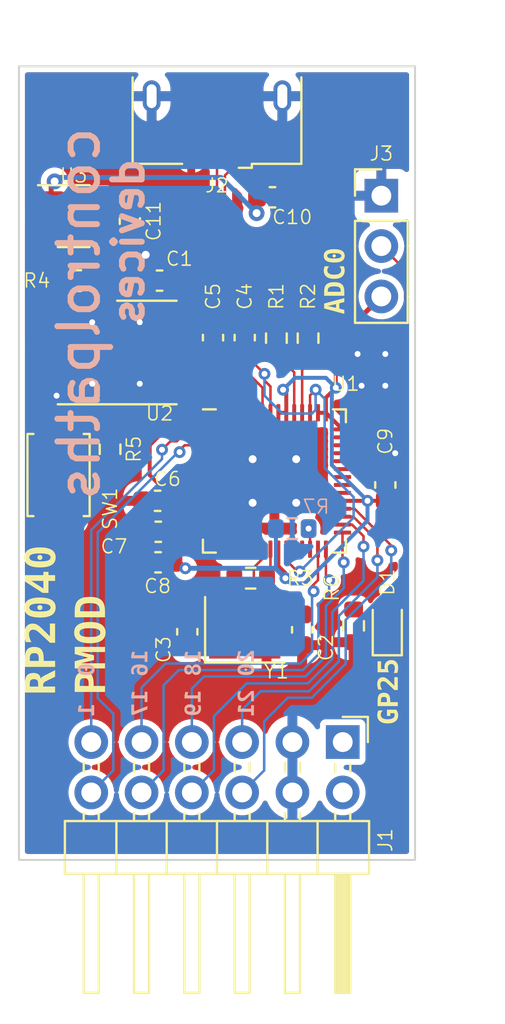
<source format=kicad_pcb>
(kicad_pcb (version 20221018) (generator pcbnew)
  (layers (0 "F.Cu" signal) (31 "B.Cu" signal) (34 "B.Paste" user) (35 "F.Paste" user) (36 "B.SilkS" user "B.Silkscreen") (37 "F.SilkS" user "F.Silkscreen") (38 "B.Mask" user) (39 "F.Mask" user) (44 "Edge.Cuts" user))
  (net 0 "")
  (net 1 "+3V3")
  (net 2 "GND")
  (net 3 "Net-(U1-XIN)")
  (net 4 "Net-(C3-Pad2)")
  (net 7 "Net-(U1-RUN)")
  (net 8 "Net-(J2-D+)")
  (net 9 "Net-(U1-USB_DP)")
  (net 10 "Net-(J2-D-)")
  (net 11 "Net-(U1-USB_DM)")
  (net 12 "Net-(U1-XOUT)")
  (net 35 "FLASH_SD3")
  (net 36 "FLASH_SCLK")
  (net 37 "FLASH_SD0")
  (net 38 "FLASH_SD2")
  (net 39 "FLASH_SD1")
  (net 40 "FLASH_CS")
  (net 41 "+5V")
  (net 43 "+1V1")
  (net 44 "ADC")
  (net 45 "Net-(R5-Pad2)")
  (net 46 "Net-(D1-K)")
  (net 47 "UART_TX")
  (net 48 "UART_RX")
  (net 49 "PMOD1")
  (net 50 "PMOD2")
  (net 51 "PMOD3")
  (net 52 "PMOD4")
  (net 53 "PMOD5")
  (net 54 "PMOD6")
  (net 55 "Net-(D1-A)")
  (footprint "Crystal:Crystal_SMD_3225-4Pin_3.2x2.5mm" (layer "F.Cu") (at 141.4 98.4)
    (fp_text reference "Y1" (at 1.6 2.1) (layer "F.SilkS") (effects (font (size 0.7 0.7) (thickness 0.08))))
    (fp_text value "12MHz")
    (pad "1" smd rect (at -1.1 0.85) (size 1.4 1.2) (layers "F.Cu" "F.Paste" "F.Mask") (net 4 "Net-(C3-Pad2)"))
    (pad "2" smd rect (at 1.1 0.85) (size 1.4 1.2) (layers "F.Cu" "F.Paste" "F.Mask") (net 2 "GND"))
    (pad "3" smd rect (at 1.1 -0.85) (size 1.4 1.2) (layers "F.Cu" "F.Paste" "F.Mask") (net 3 "Net-(U1-XIN)"))
    (pad "4" smd rect (at -1.1 -0.85) (size 1.4 1.2) (layers "F.Cu" "F.Paste" "F.Mask") (net 2 "GND"))
  )
  (footprint "Capacitor_SMD:C_0603_1608Metric" (layer "F.Cu") (at 138.5 98.5 -90)
    (fp_text reference "C3" (at 0.9 1.2 90) (layer "F.SilkS") (effects (font (size 0.7 0.7) (thickness 0.08))))
    (fp_text value "15p")
    (pad "1" smd roundrect (at -0.775 0 270) (size 0.9 0.95) (layers "F.Cu" "F.Paste" "F.Mask") (net 2 "GND"))
    (pad "2" smd roundrect (at 0.775 0 270) (size 0.9 0.95) (layers "F.Cu" "F.Paste" "F.Mask") (net 4 "Net-(C3-Pad2)"))
  )
  (footprint "Button_Switch_SMD:SW_Push_SPST_NO_Alps_SKRK" (layer "F.Cu") (at 132 90.6 90)
    (fp_text reference "SW1" (at -1.7 2.6 90) (layer "F.SilkS") (effects (font (size 0.7 0.7) (thickness 0.08))))
    (fp_text value "SW_Push")
    (pad "1" smd roundrect (at -2.1 0 90) (size 0.8 2) (layers "F.Cu" "F.Paste" "F.Mask") (net 2 "GND"))
    (pad "2" smd roundrect (at 2.1 0 90) (size 0.8 2) (layers "F.Cu" "F.Paste" "F.Mask") (net 45 "Net-(R5-Pad2)"))
  )
  (footprint "Capacitor_SMD:C_0603_1608Metric" (layer "F.Cu") (at 137.1 80.8 180)
    (fp_text reference "C1" (at -1 1.1) (layer "F.SilkS") (effects (font (size 0.7 0.7) (thickness 0.08))))
    (fp_text value "100n")
    (pad "1" smd roundrect (at -0.775 0 180) (size 0.9 0.95) (layers "F.Cu" "F.Paste" "F.Mask") (net 1 "+3V3"))
    (pad "2" smd roundrect (at 0.775 0 180) (size 0.9 0.95) (layers "F.Cu" "F.Paste" "F.Mask") (net 2 "GND"))
  )
  (footprint "Connector_USB:USB_Micro-B_Amphenol_10118193-0001LF_Horizontal" (layer "F.Cu") (at 140 71.505 180)
    (fp_text reference "J2" (at 0 -4.5) (layer "F.SilkS") (effects (font (size 0.7 0.7) (thickness 0.08))))
    (fp_text value "USB_B_Micro")
    (pad "1" smd roundrect locked (at -1.3 -2.675 180) (size 0.4 1.35) (layers "F.Cu" "F.Paste" "F.Mask") (net 41 "+5V"))
    (pad "2" smd roundrect locked (at -0.65 -2.675 180) (size 0.4 1.35) (layers "F.Cu" "F.Paste" "F.Mask") (net 10 "Net-(J2-D-)"))
    (pad "3" smd roundrect locked (at 0 -2.675 180) (size 0.4 1.35) (layers "F.Cu" "F.Paste" "F.Mask") (net 8 "Net-(J2-D+)"))
    (pad "4" smd roundrect locked (at 0.65 -2.675 180) (size 0.4 1.35) (layers "F.Cu" "F.Paste" "F.Mask"))
    (pad "5" smd roundrect locked (at 1.3 -2.675 180) (size 0.4 1.35) (layers "F.Cu" "F.Paste" "F.Mask") (net 2 "GND"))
    (pad "6" thru_hole oval locked (at -3.3 0 270) (size 1.6 0.9) (drill oval 1.2 0.5) (layers "*.Cu" "*.Mask" "F.Paste") (net 2 "GND"))
    (pad "6" smd roundrect locked (at -3.2 -2.45 180) (size 1.6 1.4) (layers "F.Cu" "F.Paste" "F.Mask") (roundrect_rratio 0.1785714286) (net 2 "GND"))
    (pad "6" smd roundrect locked (at -1.2 0 180) (size 1.9 1.9) (layers "F.Cu" "F.Paste" "F.Mask") (roundrect_rratio 0.1315789474) (net 2 "GND"))
    (pad "6" smd roundrect locked (at 1.2 0 180) (size 1.9 1.9) (layers "F.Cu" "F.Paste" "F.Mask") (roundrect_rratio 0.1315789474) (net 2 "GND"))
    (pad "6" smd roundrect locked (at 3.2 -2.45 180) (size 1.6 1.4) (layers "F.Cu" "F.Paste" "F.Mask") (roundrect_rratio 0.1785714286) (net 2 "GND"))
    (pad "6" thru_hole oval locked (at 3.3 0 270) (size 1.6 0.9) (drill oval 1.2 0.5) (layers "*.Cu" "*.Mask" "F.Paste") (net 2 "GND"))
  )
  (footprint "Resistor_SMD:R_0603_1608Metric" (layer "F.Cu") (at 132.9 80.8)
    (fp_text reference "R4" (at -2 0) (layer "F.SilkS") (effects (font (size 0.7 0.7) (thickness 0.08))))
    (fp_text value "10k")
    (pad "1" smd roundrect (at -0.825 0) (size 0.8 0.95) (layers "F.Cu" "F.Paste" "F.Mask") (net 40 "FLASH_CS"))
    (pad "2" smd roundrect (at 0.825 0) (size 0.8 0.95) (layers "F.Cu" "F.Paste" "F.Mask") (net 1 "+3V3"))
  )
  (footprint "LED_SMD:LED_0603_1608Metric" (layer "F.Cu") (at 148.6 98.2 90)
    (fp_text reference "D1" (at 2.2 0 90) (layer "F.SilkS") (effects (font (size 0.7 0.7) (thickness 0.08))))
    (fp_text value "LED")
    (pad "1" smd roundrect (at -0.7875 0 90) (size 0.875 0.95) (layers "F.Cu" "F.Paste" "F.Mask") (net 46 "Net-(D1-K)"))
    (pad "2" smd roundrect (at 0.7875 0 90) (size 0.875 0.95) (layers "F.Cu" "F.Paste" "F.Mask") (net 55 "Net-(D1-A)"))
  )
  (footprint "Connector_PinHeader_2.54mm:PinHeader_1x03_P2.54mm_Vertical" (layer "F.Cu") (at 148.3 76.52)
    (fp_text reference "J3" (at 0 -2.12) (layer "F.SilkS") (effects (font (size 0.7 0.7) (thickness 0.08))))
    (fp_text value "Conn_01x03_Pin")
    (pad "1" thru_hole rect (at 0 0) (size 1.7 1.7) (drill 1) (layers "*.Cu" "*.Mask") (net 2 "GND"))
    (pad "2" thru_hole oval (at 0 2.54) (size 1.7 1.7) (drill 1) (layers "*.Cu" "*.Mask") (net 44 "ADC"))
    (pad "3" thru_hole oval (at 0 5.08) (size 1.7 1.7) (drill 1) (layers "*.Cu" "*.Mask") (net 1 "+3V3"))
  )
  (footprint "Package_SON:WSON-8-1EP_6x5mm_P1.27mm_EP3.4x4.3mm" (layer "F.Cu") (at 134.96 84.425)
    (fp_text reference "U2" (at 2.14 3.075) (layer "F.SilkS") (effects (font (size 0.7 0.7) (thickness 0.08))))
    (fp_text value "W25Q32JVZP")
    (pad "1" smd roundrect (at -2.7 -1.905) (size 0.75 0.5) (layers "F.Cu" "F.Paste" "F.Mask") (net 40 "FLASH_CS"))
    (pad "2" smd roundrect (at -2.7 -0.635) (size 0.75 0.5) (layers "F.Cu" "F.Paste" "F.Mask") (net 39 "FLASH_SD1"))
    (pad "3" smd roundrect (at -2.7 0.635) (size 0.75 0.5) (layers "F.Cu" "F.Paste" "F.Mask") (net 38 "FLASH_SD2"))
    (pad "4" smd roundrect (at -2.7 1.905) (size 0.75 0.5) (layers "F.Cu" "F.Paste" "F.Mask") (net 2 "GND"))
    (pad "5" smd roundrect (at 2.7 1.905) (size 0.75 0.5) (layers "F.Cu" "F.Paste" "F.Mask") (net 37 "FLASH_SD0"))
    (pad "6" smd roundrect (at 2.7 0.635) (size 0.75 0.5) (layers "F.Cu" "F.Paste" "F.Mask") (net 36 "FLASH_SCLK"))
    (pad "7" smd roundrect (at 2.7 -0.635) (size 0.75 0.5) (layers "F.Cu" "F.Paste" "F.Mask") (net 35 "FLASH_SD3"))
    (pad "8" smd roundrect (at 2.7 -1.905) (size 0.75 0.5) (layers "F.Cu" "F.Paste" "F.Mask") (net 1 "+3V3"))
    (pad "9" smd rect (at 0 0) (size 3.4 4.3) (layers "F.Cu" "F.Mask") (net 2 "GND"))
  )
  (footprint "Capacitor_SMD:C_0603_1608Metric" (layer "F.Cu") (at 137.035 93.46)
    (fp_text reference "C7" (at -2.235 0.74) (layer "F.SilkS") (effects (font (size 0.7 0.7) (thickness 0.08))))
    (fp_text value "100n")
    (pad "1" smd roundrect (at -0.775 0) (size 0.9 0.95) (layers "F.Cu" "F.Paste" "F.Mask") (net 2 "GND"))
    (pad "2" smd roundrect (at 0.775 0) (size 0.9 0.95) (layers "F.Cu" "F.Paste" "F.Mask") (net 1 "+3V3"))
  )
  (footprint "Capacitor_SMD:C_0603_1608Metric" (layer "F.Cu") (at 141.4 83.675 -90)
    (fp_text reference "C4" (at -2.075 0 90) (layer "F.SilkS") (effects (font (size 0.7 0.7) (thickness 0.08))))
    (fp_text value "100n")
    (pad "1" smd roundrect (at -0.775 0 270) (size 0.9 0.95) (layers "F.Cu" "F.Paste" "F.Mask") (net 2 "GND"))
    (pad "2" smd roundrect (at 0.775 0 270) (size 0.9 0.95) (layers "F.Cu" "F.Paste" "F.Mask") (net 43 "+1V1"))
  )
  (footprint "Capacitor_SMD:C_0603_1608Metric" (layer "F.Cu") (at 148.5 91.1 -90)
    (fp_text reference "C9" (at -2.2 0 90) (layer "F.SilkS") (effects (font (size 0.7 0.7) (thickness 0.08))))
    (fp_text value "100n")
    (pad "1" smd roundrect (at -0.775 0 270) (size 0.9 0.95) (layers "F.Cu" "F.Paste" "F.Mask") (net 2 "GND"))
    (pad "2" smd roundrect (at 0.775 0 270) (size 0.9 0.95) (layers "F.Cu" "F.Paste" "F.Mask") (net 1 "+3V3"))
  )
  (footprint "Capacitor_SMD:C_0603_1608Metric" (layer "F.Cu") (at 144.3 98.4 90)
    (fp_text reference "C2" (at -0.9 1.2 90) (layer "F.SilkS") (effects (font (size 0.7 0.7) (thickness 0.08))))
    (fp_text value "15p")
    (pad "1" smd roundrect (at -0.775 0 90) (size 0.9 0.95) (layers "F.Cu" "F.Paste" "F.Mask") (net 2 "GND"))
    (pad "2" smd roundrect (at 0.775 0 90) (size 0.9 0.95) (layers "F.Cu" "F.Paste" "F.Mask") (net 3 "Net-(U1-XIN)"))
  )
  (footprint "Connector_PinHeader_2.54mm:PinHeader_2x06_P2.54mm_Horizontal" (layer "F.Cu") (at 146.35 104.06 -90)
    (fp_text reference "J1" (at 4.94 -2.15 90) (layer "F.SilkS") (effects (font (size 0.7 0.7) (thickness 0.08))))
    (fp_text value "Conn_02x06_Odd_Even")
    (pad "1" thru_hole rect (at 0 0 270) (size 1.7 1.7) (drill 1) (layers "*.Cu" "*.Mask"))
    (pad "2" thru_hole oval (at 2.54 0 270) (size 1.7 1.7) (drill 1) (layers "*.Cu" "*.Mask"))
    (pad "3" thru_hole oval (at 0 2.54 270) (size 1.7 1.7) (drill 1) (layers "*.Cu" "*.Mask") (net 2 "GND"))
    (pad "4" thru_hole oval (at 2.54 2.54 270) (size 1.7 1.7) (drill 1) (layers "*.Cu" "*.Mask") (net 2 "GND"))
    (pad "5" thru_hole oval (at 0 5.08 270) (size 1.7 1.7) (drill 1) (layers "*.Cu" "*.Mask") (net 53 "PMOD5"))
    (pad "6" thru_hole oval (at 2.54 5.08 270) (size 1.7 1.7) (drill 1) (layers "*.Cu" "*.Mask") (net 54 "PMOD6"))
    (pad "7" thru_hole oval (at 0 7.62 270) (size 1.7 1.7) (drill 1) (layers "*.Cu" "*.Mask") (net 51 "PMOD3"))
    (pad "8" thru_hole oval (at 2.54 7.62 270) (size 1.7 1.7) (drill 1) (layers "*.Cu" "*.Mask") (net 52 "PMOD4"))
    (pad "9" thru_hole oval (at 0 10.16 270) (size 1.7 1.7) (drill 1) (layers "*.Cu" "*.Mask") (net 49 "PMOD1"))
    (pad "10" thru_hole oval (at 2.54 10.16 270) (size 1.7 1.7) (drill 1) (layers "*.Cu" "*.Mask") (net 50 "PMOD2"))
    (pad "11" thru_hole oval (at 0 12.7 270) (size 1.7 1.7) (drill 1) (layers "*.Cu" "*.Mask") (net 47 "UART_TX"))
    (pad "12" thru_hole oval (at 2.54 12.7 270) (size 1.7 1.7) (drill 1) (layers "*.Cu" "*.Mask") (net 48 "UART_RX"))
  )
  (footprint "Resistor_SMD:R_0603_1608Metric" (layer "F.Cu") (at 143 83.7 -90)
    (fp_text reference "R1" (at -2.1 0 90) (layer "F.SilkS") (effects (font (size 0.7 0.7) (thickness 0.08))))
    (fp_text value "27")
    (pad "1" smd roundrect (at -0.825 0 270) (size 0.8 0.95) (layers "F.Cu" "F.Paste" "F.Mask") (net 8 "Net-(J2-D+)"))
    (pad "2" smd roundrect (at 0.825 0 270) (size 0.8 0.95) (layers "F.Cu" "F.Paste" "F.Mask") (net 9 "Net-(U1-USB_DP)"))
  )
  (footprint "Capacitor_SMD:C_0603_1608Metric" (layer "F.Cu") (at 139.8 83.675 -90)
    (fp_text reference "C5" (at -2.075 0 90) (layer "F.SilkS") (effects (font (size 0.7 0.7) (thickness 0.08))))
    (fp_text value "1u")
    (pad "1" smd roundrect (at -0.775 0 270) (size 0.9 0.95) (layers "F.Cu" "F.Paste" "F.Mask") (net 2 "GND"))
    (pad "2" smd roundrect (at 0.775 0 270) (size 0.9 0.95) (layers "F.Cu" "F.Paste" "F.Mask") (net 43 "+1V1"))
  )
  (footprint "Capacitor_SMD:C_0603_1608Metric" (layer "F.Cu") (at 135.6 77.8 90)
    (fp_text reference "C11" (at 0 1.2 90) (layer "F.SilkS") (effects (font (size 0.7 0.7) (thickness 0.08))))
    (fp_text value "1u")
    (pad "1" smd roundrect (at -0.775 0 90) (size 0.9 0.95) (layers "F.Cu" "F.Paste" "F.Mask") (net 2 "GND"))
    (pad "2" smd roundrect (at 0.775 0 90) (size 0.9 0.95) (layers "F.Cu" "F.Paste" "F.Mask") (net 1 "+3V3"))
  )
  (footprint "Resistor_SMD:R_0603_1608Metric" (layer "F.Cu") (at 144.6 83.7 -90)
    (fp_text reference "R2" (at -2.1 0 90) (layer "F.SilkS") (effects (font (size 0.7 0.7) (thickness 0.08))))
    (fp_text value "27")
    (pad "1" smd roundrect (at -0.825 0 270) (size 0.8 0.95) (layers "F.Cu" "F.Paste" "F.Mask") (net 10 "Net-(J2-D-)"))
    (pad "2" smd roundrect (at 0.825 0 270) (size 0.8 0.95) (layers "F.Cu" "F.Paste" "F.Mask") (net 11 "Net-(U1-USB_DM)"))
  )
  (footprint "Capacitor_SMD:C_0603_1608Metric" (layer "F.Cu") (at 142.8 76.6 180)
    (fp_text reference "C10" (at -1 -1) (layer "F.SilkS") (effects (font (size 0.7 0.7) (thickness 0.08))))
    (fp_text value "1u")
    (pad "1" smd roundrect (at -0.775 0 180) (size 0.9 0.95) (layers "F.Cu" "F.Paste" "F.Mask") (net 2 "GND"))
    (pad "2" smd roundrect (at 0.775 0 180) (size 0.9 0.95) (layers "F.Cu" "F.Paste" "F.Mask") (net 41 "+5V"))
  )
  (footprint "Resistor_SMD:R_0603_1608Metric" (layer "F.Cu") (at 146.9 98.2 90)
    (fp_text reference "R6" (at 1.9 -1.1 90) (layer "F.SilkS") (effects (font (size 0.7 0.7) (thickness 0.08))))
    (fp_text value "4k7")
    (pad "1" smd roundrect (at -0.825 0 90) (size 0.8 0.95) (layers "F.Cu" "F.Paste" "F.Mask") (net 2 "GND"))
    (pad "2" smd roundrect (at 0.825 0 90) (size 0.8 0.95) (layers "F.Cu" "F.Paste" "F.Mask") (net 46 "Net-(D1-K)"))
  )
  (footprint "Resistor_SMD:R_0603_1608Metric" (layer "F.Cu") (at 134.6 89.3 90)
    (fp_text reference "R5" (at 0 1.2 90) (layer "F.SilkS") (effects (font (size 0.7 0.7) (thickness 0.08))))
    (fp_text value "1k")
    (pad "1" smd roundrect (at -0.825 0 90) (size 0.8 0.95) (layers "F.Cu" "F.Paste" "F.Mask") (net 40 "FLASH_CS"))
    (pad "2" smd roundrect (at 0.825 0 90) (size 0.8 0.95) (layers "F.Cu" "F.Paste" "F.Mask") (net 45 "Net-(R5-Pad2)"))
  )
  (footprint "Capacitor_SMD:C_0603_1608Metric" (layer "F.Cu") (at 137 91.9)
    (fp_text reference "C6" (at 0.5 -1.1) (layer "F.SilkS") (effects (font (size 0.7 0.7) (thickness 0.08))))
    (fp_text value "1u")
    (pad "1" smd roundrect (at -0.775 0) (size 0.9 0.95) (layers "F.Cu" "F.Paste" "F.Mask") (net 2 "GND"))
    (pad "2" smd roundrect (at 0.775 0) (size 0.9 0.95) (layers "F.Cu" "F.Paste" "F.Mask") (net 1 "+3V3"))
  )
  (footprint "Resistor_SMD:R_0603_1608Metric" (layer "F.Cu") (at 141.7 95.8)
    (fp_text reference "R3" (at 2.5 0) (layer "F.SilkS") (effects (font (size 0.7 0.7) (thickness 0.08))))
    (fp_text value "1k")
    (pad "1" smd roundrect (at -0.825 0) (size 0.8 0.95) (layers "F.Cu" "F.Paste" "F.Mask") (net 4 "Net-(C3-Pad2)"))
    (pad "2" smd roundrect (at 0.825 0) (size 0.8 0.95) (layers "F.Cu" "F.Paste" "F.Mask") (net 12 "Net-(U1-XOUT)"))
  )
  (footprint "Package_TO_SOT_SMD:SOT-23-5" (layer "F.Cu") (at 132.7625 77.55)
    (fp_text reference "U3" (at 0 -2.05) (layer "F.SilkS") (effects (font (size 0.7 0.7) (thickness 0.08))))
    (fp_text value "TLV74333")
    (pad "1" smd roundrect (at -1.1375 -0.95) (size 1.325 0.6) (layers "F.Cu" "F.Paste" "F.Mask") (net 41 "+5V"))
    (pad "2" smd roundrect (at -1.1375 0) (size 1.325 0.6) (layers "F.Cu" "F.Paste" "F.Mask") (net 2 "GND"))
    (pad "3" smd roundrect (at -1.1375 0.95) (size 1.325 0.6) (layers "F.Cu" "F.Paste" "F.Mask") (net 41 "+5V"))
    (pad "4" smd roundrect (at 1.1375 0.95) (size 1.325 0.6) (layers "F.Cu" "F.Paste" "F.Mask"))
    (pad "5" smd roundrect (at 1.1375 -0.95) (size 1.325 0.6) (layers "F.Cu" "F.Paste" "F.Mask") (net 1 "+3V3"))
  )
  (footprint "Capacitor_SMD:C_0603_1608Metric" (layer "F.Cu") (at 137.025 95)
    (fp_text reference "C8" (at -0.025 1.2) (layer "F.SilkS") (effects (font (size 0.7 0.7) (thickness 0.08))))
    (fp_text value "100n")
    (pad "1" smd roundrect (at -0.775 0) (size 0.9 0.95) (layers "F.Cu" "F.Paste" "F.Mask") (net 2 "GND"))
    (pad "2" smd roundrect (at 0.775 0) (size 0.9 0.95) (layers "F.Cu" "F.Paste" "F.Mask") (net 1 "+3V3"))
  )
  (footprint "Package_DFN_QFN:QFN-56-1EP_7x7mm_P0.4mm_EP3.2x3.2mm" (layer "F.Cu") (at 142.9 90.9)
    (fp_text reference "U1" (at 3.6 -4.9) (layer "F.SilkS") (effects (font (size 0.7 0.7) (thickness 0.08))))
    (fp_text value "RP2040")
    (pad "1" smd roundrect (at -3.4375 -2.6) (size 0.875 0.2) (layers "F.Cu" "F.Paste" "F.Mask") (net 1 "+3V3"))
    (pad "2" smd roundrect (at -3.4375 -2.2) (size 0.875 0.2) (layers "F.Cu" "F.Paste" "F.Mask") (net 47 "UART_TX"))
    (pad "3" smd roundrect (at -3.4375 -1.8) (size 0.875 0.2) (layers "F.Cu" "F.Paste" "F.Mask") (net 48 "UART_RX"))
    (pad "4" smd roundrect (at -3.4375 -1.4) (size 0.875 0.2) (layers "F.Cu" "F.Paste" "F.Mask"))
    (pad "5" smd roundrect (at -3.4375 -1) (size 0.875 0.2) (layers "F.Cu" "F.Paste" "F.Mask"))
    (pad "6" smd roundrect (at -3.4375 -0.6) (size 0.875 0.2) (layers "F.Cu" "F.Paste" "F.Mask"))
    (pad "7" smd roundrect (at -3.4375 -0.2) (size 0.875 0.2) (layers "F.Cu" "F.Paste" "F.Mask"))
    (pad "8" smd roundrect (at -3.4375 0.2) (size 0.875 0.2) (layers "F.Cu" "F.Paste" "F.Mask"))
    (pad "9" smd roundrect (at -3.4375 0.6) (size 0.875 0.2) (layers "F.Cu" "F.Paste" "F.Mask"))
    (pad "10" smd roundrect (at -3.4375 1) (size 0.875 0.2) (layers "F.Cu" "F.Paste" "F.Mask") (net 1 "+3V3"))
    (pad "11" smd roundrect (at -3.4375 1.4) (size 0.875 0.2) (layers "F.Cu" "F.Paste" "F.Mask"))
    (pad "12" smd roundrect (at -3.4375 1.8) (size 0.875 0.2) (layers "F.Cu" "F.Paste" "F.Mask"))
    (pad "13" smd roundrect (at -3.4375 2.2) (size 0.875 0.2) (layers "F.Cu" "F.Paste" "F.Mask"))
    (pad "14" smd roundrect (at -3.4375 2.6) (size 0.875 0.2) (layers "F.Cu" "F.Paste" "F.Mask"))
    (pad "15" smd roundrect (at -2.6 3.4375) (size 0.2 0.875) (layers "F.Cu" "F.Paste" "F.Mask"))
    (pad "16" smd roundrect (at -2.2 3.4375) (size 0.2 0.875) (layers "F.Cu" "F.Paste" "F.Mask"))
    (pad "17" smd roundrect (at -1.8 3.4375) (size 0.2 0.875) (layers "F.Cu" "F.Paste" "F.Mask"))
    (pad "18" smd roundrect (at -1.4 3.4375) (size 0.2 0.875) (layers "F.Cu" "F.Paste" "F.Mask"))
    (pad "19" smd roundrect (at -1 3.4375) (size 0.2 0.875) (layers "F.Cu" "F.Paste" "F.Mask") (net 2 "GND"))
    (pad "20" smd roundrect (at -0.6 3.4375) (size 0.2 0.875) (layers "F.Cu" "F.Paste" "F.Mask") (net 3 "Net-(U1-XIN)"))
    (pad "21" smd roundrect (at -0.2 3.4375) (size 0.2 0.875) (layers "F.Cu" "F.Paste" "F.Mask") (net 12 "Net-(U1-XOUT)"))
    (pad "22" smd roundrect (at 0.2 3.4375) (size 0.2 0.875) (layers "F.Cu" "F.Paste" "F.Mask") (net 1 "+3V3"))
    (pad "23" smd roundrect (at 0.6 3.4375) (size 0.2 0.875) (layers "F.Cu" "F.Paste" "F.Mask") (net 43 "+1V1"))
    (pad "24" smd roundrect (at 1 3.4375) (size 0.2 0.875) (layers "F.Cu" "F.Paste" "F.Mask"))
    (pad "25" smd roundrect (at 1.4 3.4375) (size 0.2 0.875) (layers "F.Cu" "F.Paste" "F.Mask"))
    (pad "26" smd roundrect (at 1.8 3.4375) (size 0.2 0.875) (layers "F.Cu" "F.Paste" "F.Mask") (net 7 "Net-(U1-RUN)"))
    (pad "27" smd roundrect (at 2.2 3.4375) (size 0.2 0.875) (layers "F.Cu" "F.Paste" "F.Mask") (net 49 "PMOD1"))
    (pad "28" smd roundrect (at 2.6 3.4375) (size 0.2 0.875) (layers "F.Cu" "F.Paste" "F.Mask") (net 50 "PMOD2"))
    (pad "29" smd roundrect (at 3.4375 2.6) (size 0.875 0.2) (layers "F.Cu" "F.Paste" "F.Mask") (net 51 "PMOD3"))
    (pad "30" smd roundrect (at 3.4375 2.2) (size 0.875 0.2) (layers "F.Cu" "F.Paste" "F.Mask") (net 52 "PMOD4"))
    (pad "31" smd roundrect (at 3.4375 1.8) (size 0.875 0.2) (layers "F.Cu" "F.Paste" "F.Mask") (net 53 "PMOD5"))
    (pad "32" smd roundrect (at 3.4375 1.4) (size 0.875 0.2) (layers "F.Cu" "F.Paste" "F.Mask") (net 54 "PMOD6"))
    (pad "33" smd roundrect (at 3.4375 1) (size 0.875 0.2) (layers "F.Cu" "F.Paste" "F.Mask") (net 1 "+3V3"))
    (pad "34" smd roundrect (at 3.4375 0.6) (size 0.875 0.2) (layers "F.Cu" "F.Paste" "F.Mask"))
    (pad "35" smd roundrect (at 3.4375 0.2) (size 0.875 0.2) (layers "F.Cu" "F.Paste" "F.Mask"))
    (pad "36" smd roundrect (at 3.4375 -0.2) (size 0.875 0.2) (layers "F.Cu" "F.Paste" "F.Mask"))
    (pad "37" smd roundrect (at 3.4375 -0.6) (size 0.875 0.2) (layers "F.Cu" "F.Paste" "F.Mask") (net 55 "Net-(D1-A)"))
    (pad "38" smd roundrect (at 3.4375 -1) (size 0.875 0.2) (layers "F.Cu" "F.Paste" "F.Mask") (net 44 "ADC"))
    (pad "39" smd roundrect (at 3.4375 -1.4) (size 0.875 0.2) (layers "F.Cu" "F.Paste" "F.Mask"))
    (pad "40" smd roundrect (at 3.4375 -1.8) (size 0.875 0.2) (layers "F.Cu" "F.Paste" "F.Mask"))
    (pad "41" smd roundrect (at 3.4375 -2.2) (size 0.875 0.2) (layers "F.Cu" "F.Paste" "F.Mask"))
    (pad "42" smd roundrect (at 3.4375 -2.6) (size 0.875 0.2) (layers "F.Cu" "F.Paste" "F.Mask") (net 1 "+3V3"))
    (pad "43" smd roundrect (at 2.6 -3.4375) (size 0.2 0.875) (layers "F.Cu" "F.Paste" "F.Mask") (net 1 "+3V3"))
    (pad "44" smd roundrect (at 2.2 -3.4375) (size 0.2 0.875) (layers "F.Cu" "F.Paste" "F.Mask") (net 1 "+3V3"))
    (pad "45" smd roundrect (at 1.8 -3.4375) (size 0.2 0.875) (layers "F.Cu" "F.Paste" "F.Mask") (net 43 "+1V1"))
    (pad "46" smd roundrect (at 1.4 -3.4375) (size 0.2 0.875) (layers "F.Cu" "F.Paste" "F.Mask") (net 11 "Net-(U1-USB_DM)"))
    (pad "47" smd roundrect (at 1 -3.4375) (size 0.2 0.875) (layers "F.Cu" "F.Paste" "F.Mask") (net 9 "Net-(U1-USB_DP)"))
    (pad "48" smd roundrect (at 0.6 -3.4375) (size 0.2 0.875) (layers "F.Cu" "F.Paste" "F.Mask") (net 1 "+3V3"))
    (pad "49" smd roundrect (at 0.2 -3.4375) (size 0.2 0.875) (layers "F.Cu" "F.Paste" "F.Mask") (net 1 "+3V3"))
    (pad "50" smd roundrect (at -0.2 -3.4375) (size 0.2 0.875) (layers "F.Cu" "F.Paste" "F.Mask") (net 43 "+1V1"))
    (pad "51" smd roundrect (at -0.6 -3.4375) (size 0.2 0.875) (layers "F.Cu" "F.Paste" "F.Mask") (net 35 "FLASH_SD3"))
    (pad "52" smd roundrect (at -1 -3.4375) (size 0.2 0.875) (layers "F.Cu" "F.Paste" "F.Mask") (net 36 "FLASH_SCLK"))
    (pad "53" smd roundrect (at -1.4 -3.4375) (size 0.2 0.875) (layers "F.Cu" "F.Paste" "F.Mask") (net 37 "FLASH_SD0"))
    (pad "54" smd roundrect (at -1.8 -3.4375) (size 0.2 0.875) (layers "F.Cu" "F.Paste" "F.Mask") (net 38 "FLASH_SD2"))
    (pad "55" smd roundrect (at -2.2 -3.4375) (size 0.2 0.875) (layers "F.Cu" "F.Paste" "F.Mask") (net 39 "FLASH_SD1"))
    (pad "56" smd roundrect (at -2.6 -3.4375) (size 0.2 0.875) (layers "F.Cu" "F.Paste" "F.Mask") (net 40 "FLASH_CS"))
    (pad "57" smd rect (at 0 0) (size 3.2 3.2) (layers "F.Cu" "F.Mask") (net 2 "GND"))
  )
  (footprint "Resistor_SMD:R_0603_1608Metric" (layer "B.Cu") (at 143.8 93.3 180)
    (fp_text reference "R7" (at -1.2 1.1) (layer "B.SilkS") (effects (font (size 0.7 0.7) (thickness 0.08)) (justify mirror)))
    (fp_text value "10k")
    (pad "1" smd roundrect (at -0.825 0 180) (size 0.8 0.95) (layers "B.Cu" "B.Paste" "B.Mask") (net 7 "Net-(U1-RUN)"))
    (pad "2" smd roundrect (at 0.825 0 180) (size 0.8 0.95) (layers "B.Cu" "B.Paste" "B.Mask") (net 1 "+3V3"))
  )
  (gr_line (start 130 110) (end 130 70) (stroke (width 0.1)) (layer "Edge.Cuts"))
  (gr_line locked (start 150 110) (end 130 110) (stroke (width 0.1)) (layer "Edge.Cuts"))
  (gr_line (start 150 70) (end 150 110) (stroke (width 0.1)) (layer "Edge.Cuts"))
  (gr_line locked (start 130 70) (end 150 70) (stroke (width 0.1)) (layer "Edge.Cuts"))
  (gr_text "devices" (at 136.4 74.5 90) (layer "B.SilkS") (effects (font (size 1.5 1.5) (thickness 0.3) bold) (justify left bottom mirror)))
  (gr_text "controlpaths" (at 134.2 72.9 90) (layer "B.SilkS") (effects (font (size 2 2) (thickness 0.3) bold) (justify left bottom mirror)))
  (gr_text " 0  1\n\n16 17\n\n18 19\n \n20 21\n" (at 142 99.4 90) (layer "B.SilkS") (effects (font (size 0.8 0.8) (thickness 0.2) bold) (justify left bottom mirror)))
  (gr_text "ADC0" (at 146.6 82.5 90) (layer "F.SilkS") (effects (font (size 1 1) (thickness 0.2) bold) (justify left bottom)))
  (gr_text "RP2040\nPMOD" (at 134.6 101.7 90) (layer "F.SilkS") (effects (font (size 1.5 1.5) (thickness 0.3) bold) (justify left bottom)))
  (gr_text "GP25" (at 149.3 103.2 90) (layer "F.SilkS") (effects (font (size 1 1) (thickness 0.2) bold) (justify left bottom)))
  (segment (start 148.475 91.9) (end 148.5 91.875) (width 0.2) (layer "F.Cu") (net 1))
  (segment (start 139.4625 91.9) (end 137.775 91.9) (width 0.2) (layer "F.Cu") (net 1))
  (segment (start 146 86.2) (end 146 83.9) (width 0.2) (layer "F.Cu") (net 1))
  (segment (start 146.3375 88.3) (end 145.5 87.4625) (width 0.2) (layer "F.Cu") (net 1))
  (segment (start 143.5 86.463) (end 143.337 86.3) (width 0.2) (layer "F.Cu") (net 1))
  (segment (start 146 86.2) (end 145.5 86.7) (width 0.2) (layer "F.Cu") (net 1))
  (segment (start 137.775 91.775) (end 137.775 91.9) (width 0.2) (layer "F.Cu") (net 1))
  (segment (start 139.315948 83.675) (end 146.225 83.675) (width 0.25) (layer "F.Cu") (net 1))
  (segment (start 137.075 81.6) (end 137.875 80.8) (width 0.25) (layer "F.Cu") (net 1))
  (segment (start 138.056849 88.3) (end 137.856849 88.5) (width 0.2) (layer "F.Cu") (net 1))
  (segment (start 137.66 82.52) (end 138.160948 82.52) (width 0.25) (layer "F.Cu") (net 1))
  (segment (start 134.525 81.6) (end 137.075 81.6) (width 0.25) (layer "F.Cu") (net 1))
  (segment (start 137.66 82.52) (end 137.075 81.935) (width 0.25) (layer "F.Cu") (net 1))
  (segment (start 138.160948 82.52) (end 139.315948 83.675) (width 0.25) (layer "F.Cu") (net 1))
  (segment (start 137.875 79.3) (end 135.6 77.025) (width 0.25) (layer "F.Cu") (net 1))
  (segment (start 137.856849 88.5) (end 137.2 88.5) (width 0.2) (layer "F.Cu") (net 1))
  (segment (start 133.725 80.8) (end 134.525 81.6) (width 0.25) (layer "F.Cu") (net 1))
  (segment (start 143.456655 95.544007) (end 143.1 95.187352) (width 0.2) (layer "F.Cu") (net 1))
  (segment (start 143.5 87.4625) (end 143.5 86.463) (width 0.2) (layer "F.Cu") (net 1))
  (segment (start 138.1 95) (end 138.4 95.3) (width 0.25) (layer "F.Cu") (net 1))
  (segment (start 145.1 87.4625) (end 145.5 87.4625) (width 0.2) (layer "F.Cu") (net 1))
  (segment (start 134.325 77.025) (end 133.9 76.6) (width 0.25) (layer "F.Cu") (net 1))
  (segment (start 137.8 95) (end 138.1 95) (width 0.25) (layer "F.Cu") (net 1))
  (segment (start 137.875 80.8) (end 137.875 79.3) (width 0.25) (layer "F.Cu") (net 1))
  (segment (start 143.1 95.187352) (end 143.1 94.3375) (width 0.2) (layer "F.Cu") (net 1))
  (segment (start 137.075 81.935) (end 137.075 81.6) (width 0.25) (layer "F.Cu") (net 1))
  (segment (start 143.456655 95.8) (end 143.456655 95.544007) (width 0.2) (layer "F.Cu") (net 1))
  (segment (start 146.3375 91.9) (end 147.6 91.9) (width 0.2) (layer "F.Cu") (net 1))
  (segment (start 145.5 86.7) (end 145.5 87.4625) (width 0.2) (layer "F.Cu") (net 1))
  (segment (start 136.6 89.1) (end 136.6 90.6) (width 0.2) (layer "F.Cu") (net 1))
  (segment (start 143.1 87.4625) (end 143.5 87.4625) (width 0.2) (layer "F.Cu") (net 1))
  (segment (start 146.225 83.675) (end 148.3 81.6) (width 0.25) (layer "F.Cu") (net 1))
  (segment (start 139.4625 88.3) (end 138.056849 88.3) (width 0.2) (layer "F.Cu") (net 1))
  (segment (start 137.8 91.925) (end 137.775 91.9) (width 0.25) (layer "F.Cu") (net 1))
  (segment (start 137.2 88.5) (end 136.6 89.1) (width 0.2) (layer "F.Cu") (net 1))
  (segment (start 147.6 91.9) (end 148.475 91.9) (width 0.2) (layer "F.Cu") (net 1))
  (segment (start 135.6 77.025) (end 134.325 77.025) (width 0.25) (layer "F.Cu") (net 1))
  (segment (start 136.6 90.6) (end 137.775 91.775) (width 0.2) (layer "F.Cu") (net 1))
  (segment (start 137.8 95) (end 137.8 91.925) (width 0.25) (layer "F.Cu") (net 1))
  (segment (start 146 83.9) (end 148.3 81.6) (width 0.2) (layer "F.Cu") (net 1))
  (via (at 143.456655 95.8) (size 0.6) (drill 0.3) (layers "F.Cu" "B.Cu") (net 1))
  (via (at 143.337 86.3) (size 0.6) (drill 0.3) (layers "F.Cu" "B.Cu") (net 1))
  (via (at 146 86.2) (size 0.6) (drill 0.3) (layers "F.Cu" "B.Cu") (net 1))
  (via (at 138.4 95.3) (size 0.6) (drill 0.3) (layers "F.Cu" "B.Cu") (net 1))
  (via (at 147.6 91.9) (size 0.6) (drill 0.3) (layers "F.Cu" "B.Cu") (net 1))
  (segment (start 144.632082 95.859102) (end 144.640898 95.859102) (width 0.2) (layer "B.Cu") (net 1))
  (segment (start 143.456655 95.8) (end 143.718767 96.062112) (width 0.2) (layer "B.Cu") (net 1))
  (segment (start 142.956655 95.3) (end 138.4 95.3) (width 0.25) (layer "B.Cu") (net 1))
  (segment (start 146 86.2) (end 145.8 86.4) (width 0.2) (layer "B.Cu") (net 1))
  (segment (start 145.8 90.1) (end 147.6 91.9) (width 0.2) (layer "B.Cu") (net 1))
  (segment (start 142.975 95.318345) (end 143.456655 95.8) (width 0.2) (layer "B.Cu") (net 1))
  (segment (start 147.6 92.9) (end 147.6 91.9) (width 0.2) (layer "B.Cu") (net 1))
  (segment (start 145.5 85.7) (end 143.937 85.7) (width 0.2) (layer "B.Cu") (net 1))
  (segment (start 146 86.2) (end 145.5 85.7) (width 0.2) (layer "B.Cu") (net 1))
  (segment (start 144.429072 96.062112) (end 144.632082 95.859102) (width 0.2) (layer "B.Cu") (net 1))
  (segment (start 143.937 85.7) (end 143.337 86.3) (width 0.2) (layer "B.Cu") (net 1))
  (segment (start 143.718767 96.062112) (end 144.429072 96.062112) (width 0.2) (layer "B.Cu") (net 1))
  (segment (start 142.975 93.3) (end 142.975 95.318345) (width 0.2) (layer "B.Cu") (net 1))
  (segment (start 145.8 86.4) (end 145.8 90.1) (width 0.2) (layer "B.Cu") (net 1))
  (segment (start 144.640898 95.859102) (end 147.6 92.9) (width 0.2) (layer "B.Cu") (net 1))
  (segment (start 143.456655 95.8) (end 142.956655 95.3) (width 0.25) (layer "B.Cu") (net 1))
  (segment (start 148.5 90) (end 149 89.5) (width 0.127) (layer "F.Cu") (net 2))
  (segment (start 130.6 76.826434) (end 130.6 75.2) (width 0.127) (layer "F.Cu") (net 2))
  (segment (start 131.625 77.55) (end 131.323566 77.55) (width 0.127) (layer "F.Cu") (net 2))
  (segment (start 138.875 97.35) (end 138.5 97.725) (width 0.25) (layer "F.Cu") (net 2))
  (segment (start 141.9 94.3375) (end 141.9 92.1) (width 0.127) (layer "F.Cu") (net 2))
  (segment (start 140.3 97.35) (end 138.875 97.35) (width 0.25) (layer "F.Cu") (net 2))
  (segment (start 141.9 92.1) (end 141.8 92) (width 0.127) (layer "F.Cu") (net 2))
  (segment (start 131.323566 77.55) (end 130.6 76.826434) (width 0.127) (layer "F.Cu") (net 2))
  (segment (start 148.5 90.325) (end 148.5 90) (width 0.127) (layer "F.Cu") (net 2))
  (via (at 141.8 92) (size 0.8) (drill 0.4) (layers "F.Cu" "B.Cu") (net 2))
  (via (at 147.1 84.5) (size 0.6) (drill 0.3) (layers "F.Cu" "B.Cu") (net 2))
  (via (at 147.3 86.1) (size 0.6) (drill 0.3) (layers "F.Cu" "B.Cu") (net 2))
  (via (at 144 92) (size 0.8) (drill 0.4) (layers "F.Cu" "B.Cu") (net 2))
  (via (at 136.1 82.9) (size 0.6) (drill 0.3) (layers "F.Cu" "B.Cu") (net 2))
  (via (at 133.7 82.9) (size 0.6) (drill 0.3) (layers "F.Cu" "B.Cu") (net 2))
  (via (at 144 89.8) (size 0.8) (drill 0.4) (layers "F.Cu" "B.Cu") (net 2))
  (via (at 148.5 84.5) (size 0.6) (drill 0.3) (layers "F.Cu" "B.Cu") (net 2))
  (via (at 131.9 86.6) (size 0.6) (drill 0.3) (layers "F.Cu" "B.Cu") (net 2))
  (via (at 136.1 86) (size 0.6) (drill 0.3) (layers "F.Cu" "B.Cu") (net 2))
  (via (at 136.4 79.5) (size 0.8) (drill 0.4) (layers "F.Cu" "B.Cu") (net 2))
  (via (at 133.7 86) (size 0.6) (drill 0.3) (layers "F.Cu" "B.Cu") (net 2))
  (via (at 148.5 86.1) (size 0.6) (drill 0.3) (layers "F.Cu" "B.Cu") (net 2))
  (via (at 141.8 89.8) (size 0.8) (drill 0.4) (layers "F.Cu" "B.Cu") (net 2))
  (via (at 149 89.5) (size 0.6) (drill 0.3) (layers "F.Cu" "B.Cu") (net 2))
  (segment (start 144.3 97.625) (end 142.775 97.625) (width 0.25) (layer "F.Cu") (net 3))
  (segment (start 141.8615 96.9115) (end 142.5 97.55) (width 0.127) (layer "F.Cu") (net 3))
  (segment (start 142.4 97.25) (end 142.5 97.35) (width 0.127) (layer "F.Cu") (net 3))
  (segment (start 142.3 94.819742) (end 141.8615 95.258242) (width 0.127) (layer "F.Cu") (net 3))
  (segment (start 142.3 94.3375) (end 142.3 94.819742) (width 0.127) (layer "F.Cu") (net 3))
  (segment (start 141.8615 95.258242) (end 141.8615 96.9115) (width 0.127) (layer "F.Cu") (net 3))
  (segment (start 142.775 97.625) (end 142.5 97.35) (width 0.25) (layer "F.Cu") (net 3))
  (segment (start 141.2635 96.1885) (end 140.875 95.8) (width 0.127) (layer "F.Cu") (net 4))
  (segment (start 138.5 99.275) (end 140.075 99.275) (width 0.25) (layer "F.Cu") (net 4))
  (segment (start 140.575 99.325) (end 140.3 99.05) (width 0.25) (layer "F.Cu") (net 4))
  (segment (start 141.2635 98.2865) (end 141.2635 96.1885) (width 0.127) (layer "F.Cu") (net 4))
  (segment (start 140.075 99.275) (end 140.3 99.05) (width 0.25) (layer "F.Cu") (net 4))
  (segment (start 140.3 99.25) (end 141.2635 98.2865) (width 0.127) (layer "F.Cu") (net 4))
  (segment (start 144.7 94.3375) (end 144.7 93.375) (width 0.127) (layer "F.Cu") (net 7))
  (segment (start 144.7 93.375) (end 144.625 93.3) (width 0.127) (layer "F.Cu") (net 7))
  (via (at 144.625 93.3) (size 0.6) (drill 0.3) (layers "F.Cu" "B.Cu") (net 7))
  (segment (start 140 74.18) (end 140 78.8) (width 0.127) (layer "F.Cu") (net 8))
  (segment (start 140 78.8) (end 143 81.8) (width 0.127) (layer "F.Cu") (net 8))
  (segment (start 143 81.8) (end 143 82.875) (width 0.127) (layer "F.Cu") (net 8))
  (segment (start 143.9 85.425) (end 143 84.525) (width 0.127) (layer "F.Cu") (net 9))
  (segment (start 143.9 87.4625) (end 143.9 85.425) (width 0.127) (layer "F.Cu") (net 9))
  (segment (start 140.4 75.5) (end 140.65 75.25) (width 0.127) (layer "F.Cu") (net 10))
  (segment (start 144.6 82.8) (end 140.4 78.6) (width 0.127) (layer "F.Cu") (net 10))
  (segment (start 144.6 82.875) (end 144.6 82.8) (width 0.127) (layer "F.Cu") (net 10))
  (segment (start 140.4 78.6) (end 140.4 75.5) (width 0.127) (layer "F.Cu") (net 10))
  (segment (start 140.65 75.25) (end 140.65 74.18) (width 0.127) (layer "F.Cu") (net 10))
  (segment (start 144.3 85.3) (end 144.6 85) (width 0.127) (layer "F.Cu") (net 11))
  (segment (start 144.6 85) (end 144.6 84.525) (width 0.127) (layer "F.Cu") (net 11))
  (segment (start 144.3 87.4625) (end 144.3 85.3) (width 0.127) (layer "F.Cu") (net 11))
  (segment (start 142.7 94.3375) (end 142.7 95.525) (width 0.127) (layer "F.Cu") (net 12))
  (segment (start 142.7 95.525) (end 142.425 95.8) (width 0.127) (layer "F.Cu") (net 12))
  (segment (start 139.377922 85.2) (end 141.3 85.2) (width 0.127) (layer "F.Cu") (net 35))
  (segment (start 137.66 83.79) (end 138.49 83.79) (width 0.127) (layer "F.Cu") (net 35))
  (segment (start 138.49 83.79) (end 139 84.3) (width 0.127) (layer "F.Cu") (net 35))
  (segment (start 141.3 85.2) (end 142.3 86.2) (width 0.127) (layer "F.Cu") (net 35))
  (segment (start 142.3 86.2) (end 142.3 87.4625) (width 0.127) (layer "F.Cu") (net 35))
  (segment (start 139 84.822078) (end 139.377922 85.2) (width 0.127) (layer "F.Cu") (net 35))
  (segment (start 139 84.3) (end 139 84.822078) (width 0.127) (layer "F.Cu") (net 35))
  (segment (start 141.168776 85.531224) (end 139.246698 85.531224) (width 0.127) (layer "F.Cu") (net 36))
  (segment (start 141.9 86.262448) (end 141.168776 85.531224) (width 0.127) (layer "F.Cu") (net 36))
  (segment (start 138.775474 85.06) (end 137.66 85.06) (width 0.127) (layer "F.Cu") (net 36))
  (segment (start 139.246698 85.531224) (end 138.775474 85.06) (width 0.127) (layer "F.Cu") (net 36))
  (segment (start 141.9 87.4625) (end 141.9 86.262448) (width 0.127) (layer "F.Cu") (net 36))
  (segment (start 141.075104 85.9) (end 138.09 85.9) (width 0.127) (layer "F.Cu") (net 37))
  (segment (start 141.5 87.4625) (end 141.5 86.324896) (width 0.127) (layer "F.Cu") (net 37))
  (segment (start 138.09 85.9) (end 137.66 86.33) (width 0.127) (layer "F.Cu") (net 37))
  (segment (start 141.5 86.324896) (end 141.075104 85.9) (width 0.127) (layer "F.Cu") (net 37))
  (segment (start 137.517886 87.4) (end 131.3 87.4) (width 0.127) (layer "F.Cu") (net 38))
  (segment (start 131.1 85.7) (end 131.74 85.06) (width 0.127) (layer "F.Cu") (net 38))
  (segment (start 141 86.3) (end 138.617886 86.3) (width 0.127) (layer "F.Cu") (net 38))
  (segment (start 131.74 85.06) (end 132.26 85.06) (width 0.127) (layer "F.Cu") (net 38))
  (segment (start 138.617886 86.3) (end 137.517886 87.4) (width 0.127) (layer "F.Cu") (net 38))
  (segment (start 141.1 87.4625) (end 141.1 86.4) (width 0.127) (layer "F.Cu") (net 38))
  (segment (start 131.1 87.2) (end 131.1 85.7) (width 0.127) (layer "F.Cu") (net 38))
  (segment (start 131.3 87.4) (end 131.1 87.2) (width 0.127) (layer "F.Cu") (net 38))
  (segment (start 141.1 86.4) (end 141 86.3) (width 0.127) (layer "F.Cu") (net 38))
  (segment (start 130.7 87.262448) (end 130.7 84.7) (width 0.127) (layer "F.Cu") (net 39))
  (segment (start 138.753334 86.627) (end 137.653334 87.727) (width 0.127) (layer "F.Cu") (net 39))
  (segment (start 140.7 86.927) (end 140.4 86.627) (width 0.127) (layer "F.Cu") (net 39))
  (segment (start 130.7 84.7) (end 131.61 83.79) (width 0.127) (layer "F.Cu") (net 39))
  (segment (start 131.61 83.79) (end 132.26 83.79) (width 0.127) (layer "F.Cu") (net 39))
  (segment (start 140.4 86.627) (end 138.753334 86.627) (width 0.127) (layer "F.Cu") (net 39))
  (segment (start 137.653334 87.727) (end 131.164552 87.727) (width 0.127) (layer "F.Cu") (net 39))
  (segment (start 131.164552 87.727) (end 130.7 87.262448) (width 0.127) (layer "F.Cu") (net 39))
  (segment (start 140.7 87.4625) (end 140.7 86.927) (width 0.127) (layer "F.Cu") (net 39))
  (segment (start 135.075 90.125) (end 134.6 90.125) (width 0.127) (layer "F.Cu") (net 40))
  (segment (start 137.742782 88.1) (end 136.1 88.1) (width 0.127) (layer "F.Cu") (net 40))
  (segment (start 135.7 88.5) (end 135.7 89.5) (width 0.127) (layer "F.Cu") (net 40))
  (segment (start 136.1 88.1) (end 135.7 88.5) (width 0.127) (layer "F.Cu") (net 40))
  (segment (start 132.26 82.52) (end 130.373 84.407) (width 0.127) (layer "F.Cu") (net 40))
  (segment (start 135.7 89.5) (end 135.075 90.125) (width 0.127) (layer "F.Cu") (net 40))
  (segment (start 132.075 80.8) (end 132.075 82.335) (width 0.25) (layer "F.Cu") (net 40))
  (segment (start 132.075 82.335) (end 132.26 82.52) (width 0.25) (layer "F.Cu") (net 40))
  (segment (start 130.373 89.673) (end 130.825 90.125) (width 0.127) (layer "F.Cu") (net 40))
  (segment (start 130.825 90.125) (end 134.6 90.125) (width 0.127) (layer "F.Cu") (net 40))
  (segment (start 130.373 84.407) (end 130.373 89.673) (width 0.127) (layer "F.Cu") (net 40))
  (segment (start 140.0375 87.2) (end 138.642782 87.2) (width 0.127) (layer "F.Cu") (net 40))
  (segment (start 138.642782 87.2) (end 137.742782 88.1) (width 0.127) (layer "F.Cu") (net 40))
  (segment (start 140.3 87.4625) (end 140.0375 87.2) (width 0.127) (layer "F.Cu") (net 40))
  (segment (start 132.26 80.985) (end 132.075 80.8) (width 0.25) (layer "F.Cu") (net 40))
  (segment (start 132.3 78.5) (end 131.625 78.5) (width 0.25) (layer "F.Cu") (net 41))
  (segment (start 131.625 76.6) (end 132.013408 76.6) (width 0.25) (layer "F.Cu") (net 41))
  (segment (start 142.025 77.375) (end 142 77.4) (width 0.25) (layer "F.Cu") (net 41))
  (segment (start 132.013408 76.6) (end 132.6125 77.199092) (width 0.25) (layer "F.Cu") (net 41))
  (segment (start 131.625 76.6) (end 131.625 75.975) (width 0.25) (layer "F.Cu") (net 41))
  (segment (start 141.3 74.18) (end 141.3 75.875) (width 0.25) (layer "F.Cu") (net 41))
  (segment (start 141.3 75.875) (end 142.025 76.6) (width 0.25) (layer "F.Cu") (net 41))
  (segment (start 131.625 75.975) (end 131.8 75.8) (width 0.25) (layer "F.Cu") (net 41))
  (segment (start 132.6125 77.199092) (end 132.6125 78.1875) (width 0.25) (layer "F.Cu") (net 41))
  (segment (start 142.025 76.6) (end 142.025 77.375) (width 0.25) (layer "F.Cu") (net 41))
  (segment (start 132.6125 78.1875) (end 132.3 78.5) (width 0.25) (layer "F.Cu") (net 41))
  (via (at 142 77.4) (size 0.8) (drill 0.4) (layers "F.Cu" "B.Cu") (net 41))
  (via (at 131.8 75.8) (size 0.8) (drill 0.4) (layers "F.Cu" "B.Cu") (net 41))
  (segment (start 142 77.4) (end 140.2 75.6) (width 0.25) (layer "B.Cu") (net 41))
  (segment (start 132 75.6) (end 131.8 75.8) (width 0.25) (layer "B.Cu") (net 41))
  (segment (start 140.2 75.6) (end 132 75.6) (width 0.25) (layer "B.Cu") (net 41))
  (segment (start 139.8 84.45) (end 141.4 84.45) (width 0.127) (layer "F.Cu") (net 43))
  (segment (start 144.7 86.581065) (end 144.7 87.4625) (width 0.127) (layer "F.Cu") (net 43))
  (segment (start 143.5 94.9) (end 144.1 95.5) (width 0.127) (layer "F.Cu") (net 43))
  (segment (start 144.981565 86.2995) (end 144.7 86.581065) (width 0.127) (layer "F.Cu") (net 43))
  (segment (start 142.398102 85.501898) (end 142.398102 85.835654) (width 0.127) (layer "F.Cu") (net 43))
  (segment (start 144.1 95.5) (end 144.137888 95.462112) (width 0.127) (layer "F.Cu") (net 43))
  (segment (start 143.5 94.3375) (end 143.5 94.9) (width 0.127) (layer "F.Cu") (net 43))
  (segment (start 141.4 84.45) (end 141.4 84.503796) (width 0.127) (layer "F.Cu") (net 43))
  (segment (start 144.137888 95.462112) (end 144.181249 95.462112) (width 0.127) (layer "F.Cu") (net 43))
  (segment (start 141.4 84.503796) (end 142.398102 85.501898) (width 0.127) (layer "F.Cu") (net 43))
  (segment (start 142.7 86.137552) (end 142.7 87.4625) (width 0.127) (layer "F.Cu") (net 43))
  (segment (start 142.398102 85.835654) (end 142.7 86.137552) (width 0.127) (layer "F.Cu") (net 43))
  (via (at 144.181249 95.462112) (size 0.6) (drill 0.3) (layers "F.Cu" "B.Cu") (net 43))
  (via (at 144.981565 86.2995) (size 0.6) (drill 0.3) (layers "F.Cu" "B.Cu") (net 43))
  (via (at 142.398102 85.501898) (size 0.6) (drill 0.3) (layers "F.Cu" "B.Cu") (net 43))
  (segment (start 144.981565 86.2995) (end 145.4365 86.754435) (width 0.127) (layer "B.Cu") (net 43))
  (segment (start 144.981565 86.2995) (end 144.981565 87.318435) (width 0.127) (layer "B.Cu") (net 43))
  (segment (start 142.398102 86.598102) (end 142.398102 85.501898) (width 0.127) (layer "B.Cu") (net 43))
  (segment (start 146.9 91.714066) (end 146.9 92.743361) (width 0.127) (layer "B.Cu") (net 43))
  (segment (start 144.981565 87.318435) (end 144.8 87.5) (width 0.127) (layer "B.Cu") (net 43))
  (segment (start 145.4365 90.250567) (end 146.9 91.714066) (width 0.127) (layer "B.Cu") (net 43))
  (segment (start 143.3 87.5) (end 142.398102 86.598102) (width 0.127) (layer "B.Cu") (net 43))
  (segment (start 146.9 92.743361) (end 144.181249 95.462112) (width 0.127) (layer "B.Cu") (net 43))
  (segment (start 144.8 87.5) (end 143.3 87.5) (width 0.127) (layer "B.Cu") (net 43))
  (segment (start 145.4365 86.754435) (end 145.4365 90.250567) (width 0.127) (layer "B.Cu") (net 43))
  (segment (start 146.3375 89.9) (end 147.4 89.9) (width 0.127) (layer "F.Cu") (net 44))
  (segment (start 147.4 89.9) (end 149.5 87.8) (width 0.127) (layer "F.Cu") (net 44))
  (segment (start 149.5 80.26) (end 148.3 79.06) (width 0.127) (layer "F.Cu") (net 44))
  (segment (start 149.5 87.8) (end 149.5 80.26) (width 0.127) (layer "F.Cu") (net 44))
  (segment (start 132.025 88.475) (end 132 88.5) (width 0.25) (layer "F.Cu") (net 45))
  (segment (start 134.6 88.475) (end 132.025 88.475) (width 0.25) (layer "F.Cu") (net 45))
  (segment (start 148.6 98.9875) (end 148.5125 98.9875) (width 0.25) (layer "F.Cu") (net 46))
  (segment (start 148.5125 98.9875) (end 146.9 97.375) (width 0.25) (layer "F.Cu") (net 46))
  (segment (start 137.647822 88.9) (end 137.970916 88.9) (width 0.127) (layer "F.Cu") (net 47))
  (segment (start 138.170916 88.7) (end 139.4625 88.7) (width 0.127) (layer "F.Cu") (net 47))
  (segment (start 137.223911 89.323911) (end 137.647822 88.9) (width 0.127) (layer "F.Cu") (net 47))
  (segment (start 137.970916 88.9) (end 138.170916 88.7) (width 0.127) (layer "F.Cu") (net 47))
  (via (at 137.223911 89.323911) (size 0.6) (drill 0.3) (layers "F.Cu" "B.Cu") (net 47))
  (segment (start 137.223911 89.323911) (end 137.223911 89.793281) (width 0.127) (layer "B.Cu") (net 47))
  (segment (start 133.65 93.367192) (end 133.65 104.06) (width 0.127) (layer "B.Cu") (net 47))
  (segment (start 137.223911 89.793281) (end 133.65 93.367192) (width 0.127) (layer "B.Cu") (net 47))
  (segment (start 138.366523 89.1) (end 138.11165 89.354873) (width 0.127) (layer "F.Cu") (net 48))
  (segment (start 139.4625 89.1) (end 138.366523 89.1) (width 0.127) (layer "F.Cu") (net 48))
  (segment (start 138.11165 89.354873) (end 138.11165 89.445127) (width 0.127) (layer "F.Cu") (net 48))
  (via (at 138.11165 89.445127) (size 0.6) (drill 0.3) (layers "F.Cu" "B.Cu") (net 48))
  (segment (start 133.977 93.50264) (end 133.977 101.847) (width 0.127) (layer "B.Cu") (net 48))
  (segment (start 133.977 101.847) (end 134.7635 102.6335) (width 0.127) (layer "B.Cu") (net 48))
  (segment (start 138.034513 89.445127) (end 133.977 93.50264) (width 0.127) (layer "B.Cu") (net 48))
  (segment (start 138.11165 89.445127) (end 138.034513 89.445127) (width 0.127) (layer "B.Cu") (net 48))
  (segment (start 134.7635 102.6335) (end 134.7635 105.4865) (width 0.127) (layer "B.Cu") (net 48))
  (segment (start 134.7635 105.4865) (end 133.65 106.6) (width 0.127) (layer "B.Cu") (net 48))
  (segment (start 144.7 96.3) (end 144.859102 96.459102) (width 0.127) (layer "F.Cu") (net 49))
  (segment (start 145.1 94.3375) (end 145.1 95.9) (width 0.127) (layer "F.Cu") (net 49))
  (segment (start 145.1 95.9) (end 144.7 96.3) (width 0.127) (layer "F.Cu") (net 49))
  (segment (start 144.859102 96.459102) (end 144.880611 96.459102) (width 0.127) (layer "F.Cu") (net 49))
  (via (at 144.880611 96.459102) (size 0.6) (drill 0.3) (layers "F.Cu" "B.Cu") (net 49))
  (segment (start 144.8 99.5) (end 144.2 100.1) (width 0.127) (layer "B.Cu") (net 49))
  (segment (start 136.19 101.31) (end 136.19 104.06) (width 0.127) (layer "B.Cu") (net 49))
  (segment (start 144.2 100.1) (end 137.4 100.1) (width 0.127) (layer "B.Cu") (net 49))
  (segment (start 144.880611 96.459102) (end 144.8 96.539713) (width 0.127) (layer "B.Cu") (net 49))
  (segment (start 144.8 96.539713) (end 144.8 99.5) (width 0.127) (layer "B.Cu") (net 49))
  (segment (start 137.4 100.1) (end 136.19 101.31) (width 0.127) (layer "B.Cu") (net 49))
  (segment (start 145.5 95.737) (end 145.663 95.9) (width 0.127) (layer "F.Cu") (net 50))
  (segment (start 145.5 94.3375) (end 145.5 95.737) (width 0.127) (layer "F.Cu") (net 50))
  (via (at 145.663 95.9) (size 0.6) (drill 0.3) (layers "F.Cu" "B.Cu") (net 50))
  (segment (start 144.335448 100.427) (end 138.073 100.427) (width 0.127) (layer "B.Cu") (net 50))
  (segment (start 145.127 99.635448) (end 144.335448 100.427) (width 0.127) (layer "B.Cu") (net 50))
  (segment (start 145.663 96.564) (end 145.127 97.1) (width 0.127) (layer "B.Cu") (net 50))
  (segment (start 137.3035 101.1965) (end 137.3035 105.4865) (width 0.127) (layer "B.Cu") (net 50))
  (segment (start 145.127 97.1) (end 145.127 99.635448) (width 0.127) (layer "B.Cu") (net 50))
  (segment (start 145.663 95.9) (end 145.663 96.564) (width 0.127) (layer "B.Cu") (net 50))
  (segment (start 137.3035 105.4865) (end 136.19 106.6) (width 0.127) (layer "B.Cu") (net 50))
  (segment (start 138.073 100.427) (end 137.3035 101.1965) (width 0.127) (layer "B.Cu") (net 50))
  (segment (start 146.3375 93.5) (end 146.3375 94.9375) (width 0.127) (layer "F.Cu") (net 51))
  (segment (start 146.3375 94.9375) (end 146.4 95) (width 0.127) (layer "F.Cu") (net 51))
  (via (at 146.4 95) (size 0.6) (drill 0.3) (layers "F.Cu" "B.Cu") (net 51))
  (segment (start 144.470896 100.754) (end 139.346 100.754) (width 0.127) (layer "B.Cu") (net 51))
  (segment (start 138.73 101.37) (end 138.73 104.06) (width 0.127) (layer "B.Cu") (net 51))
  (segment (start 146.4 95) (end 146.4 96.3) (width 0.127) (layer "B.Cu") (net 51))
  (segment (start 139.346 100.754) (end 138.73 101.37) (width 0.127) (layer "B.Cu") (net 51))
  (segment (start 146.4 96.3) (end 145.5 97.2) (width 0.127) (layer "B.Cu") (net 51))
  (segment (start 145.5 99.724896) (end 144.470896 100.754) (width 0.127) (layer "B.Cu") (net 51))
  (segment (start 145.5 97.2) (end 145.5 99.724896) (width 0.127) (layer "B.Cu") (net 51))
  (segment (start 146.819742 93.1) (end 147.4 93.680258) (width 0.127) (layer "F.Cu") (net 52))
  (segment (start 146.3375 93.1) (end 146.819742 93.1) (width 0.127) (layer "F.Cu") (net 52))
  (segment (start 147.4 93.680258) (end 147.4 94.2) (width 0.127) (layer "F.Cu") (net 52))
  (via (at 147.4 94.2) (size 0.6) (drill 0.3) (layers "F.Cu" "B.Cu") (net 52))
  (segment (start 144.587344 101.1) (end 141.5 101.1) (width 0.127) (layer "B.Cu") (net 52))
  (segment (start 139.8435 102.7565) (end 139.8435 105.4865) (width 0.127) (layer "B.Cu") (net 52))
  (segment (start 139.8435 105.4865) (end 138.73 106.6) (width 0.127) (layer "B.Cu") (net 52))
  (segment (start 141.5 101.1) (end 139.8435 102.7565) (width 0.127) (layer "B.Cu") (net 52))
  (segment (start 147.4 95.927) (end 145.827 97.5) (width 0.127) (layer "B.Cu") (net 52))
  (segment (start 145.827 97.5) (end 145.827 99.860344) (width 0.127) (layer "B.Cu") (net 52))
  (segment (start 147.4 94.2) (end 147.4 95.927) (width 0.127) (layer "B.Cu") (net 52))
  (segment (start 145.827 99.860344) (end 144.587344 101.1) (width 0.127) (layer "B.Cu") (net 52))
  (segment (start 146.3375 92.7) (end 146.88219 92.7) (width 0.127) (layer "F.Cu") (net 53))
  (segment (start 148.1 94.3) (end 148.1 94.9) (width 0.127) (layer "F.Cu") (net 53))
  (segment (start 148.1 93.91781) (end 148.1 94.3) (width 0.127) (layer "F.Cu") (net 53))
  (segment (start 146.88219 92.7) (end 148.1 93.91781) (width 0.127) (layer "F.Cu") (net 53))
  (via (at 148.1 94.9) (size 0.6) (drill 0.3) (layers "F.Cu" "B.Cu") (net 53))
  (segment (start 146.154 97.7) (end 146.154 99.995792) (width 0.127) (layer "B.Cu") (net 53))
  (segment (start 148.1 94.9) (end 148.1 95.754) (width 0.127) (layer "B.Cu") (net 53))
  (segment (start 144.649792 101.5) (end 142.2 101.5) (width 0.127) (layer "B.Cu") (net 53))
  (segment (start 146.154 99.995792) (end 144.649792 101.5) (width 0.127) (layer "B.Cu") (net 53))
  (segment (start 148.1 95.754) (end 146.154 97.7) (width 0.127) (layer "B.Cu") (net 53))
  (segment (start 141.27 102.43) (end 141.27 104.06) (width 0.127) (layer "B.Cu") (net 53))
  (segment (start 142.2 101.5) (end 141.27 102.43) (width 0.127) (layer "B.Cu") (net 53))
  (segment (start 146.944638 92.3) (end 148.422319 93.777681) (width 0.127) (layer "F.Cu") (net 54))
  (segment (start 148.8 94.155362) (end 148.8 94.4) (width 0.127) (layer "F.Cu") (net 54))
  (segment (start 148.422319 93.777681) (end 148.8 94.155362) (width 0.127) (layer "F.Cu") (net 54))
  (segment (start 146.3375 92.3) (end 146.944638 92.3) (width 0.127) (layer "F.Cu") (net 54))
  (via (at 148.8 94.4) (size 0.6) (drill 0.3) (layers "F.Cu" "B.Cu") (net 54))
  (segment (start 142.3835 103.0165) (end 142.3835 105.4865) (width 0.127) (layer "B.Cu") (net 54))
  (segment (start 144.78524 101.827) (end 143.573 101.827) (width 0.127) (layer "B.Cu") (net 54))
  (segment (start 148.8 94.4) (end 148.8 95.6) (width 0.127) (layer "B.Cu") (net 54))
  (segment (start 146.5 100.11224) (end 144.78524 101.827) (width 0.127) (layer "B.Cu") (net 54))
  (segment (start 146.5 97.9) (end 146.5 100.11224) (width 0.127) (layer "B.Cu") (net 54))
  (segment (start 143.573 101.827) (end 142.3835 103.0165) (width 0.127) (layer "B.Cu") (net 54))
  (segment (start 148.8 95.6) (end 146.5 97.9) (width 0.127) (layer "B.Cu") (net 54))
  (segment (start 142.3835 105.4865) (end 141.27 106.6) (width 0.127) (layer "B.Cu") (net 54))
  (segment (start 149.5 91.702922) (end 149.5 95.5) (width 0.127) (layer "F.Cu") (net 55))
  (segment (start 146.3375 90.3) (end 147.302922 90.3) (width 0.127) (layer "F.Cu") (net 55))
  (segment (start 148.897078 91.1) (end 149.5 91.702922) (width 0.127) (layer "F.Cu") (net 55))
  (segment (start 149.5 95.5) (end 148.6 96.4) (width 0.127) (layer "F.Cu") (net 55))
  (segment (start 148.6 96.4) (end 148.6 97.4125) (width 0.127) (layer "F.Cu") (net 55))
  (segment (start 147.302922 90.3) (end 148.102922 91.1) (width 0.127) (layer "F.Cu") (net 55))
  (segment (start 148.102922 91.1) (end 148.897078 91.1) (width 0.127) (layer "F.Cu") (net 55))
  (zone locked (net 2) (net_name "GND") (layers "F&B.Cu") (connect_pads (clearance 0.3)) (min_thickness 0.25) (fill yes (thermal_gap 0.5) (thermal_bridge_width 0.5))
    (polygon (pts (xy 130 70) (xy 150 70) (xy 150 110) (xy 130 110)))
  )
)
</source>
